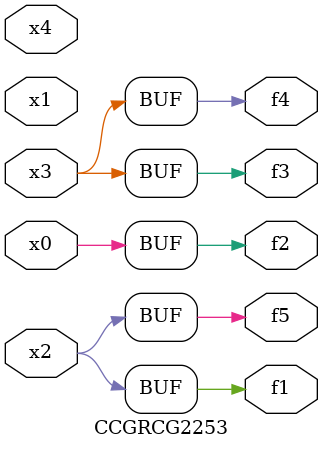
<source format=v>
module CCGRCG2253(
	input x0, x1, x2, x3, x4,
	output f1, f2, f3, f4, f5
);
	assign f1 = x2;
	assign f2 = x0;
	assign f3 = x3;
	assign f4 = x3;
	assign f5 = x2;
endmodule

</source>
